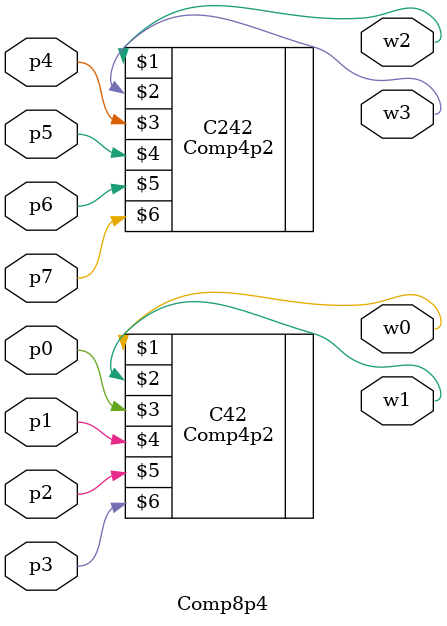
<source format=v>


module Comp8p4(w0, w1, w2, w3, p0, p1, p2, p3, p4, p5, p6, p7);

input p0, p1, p2, p3, p4, p5, p6, p7;
output w0, w1, w2, w3;

Comp4p2 C42(w0, w1, p0, p1, p2, p3);
Comp4p2 C242(w2, w3, p4, p5, p6, p7);

endmodule

</source>
